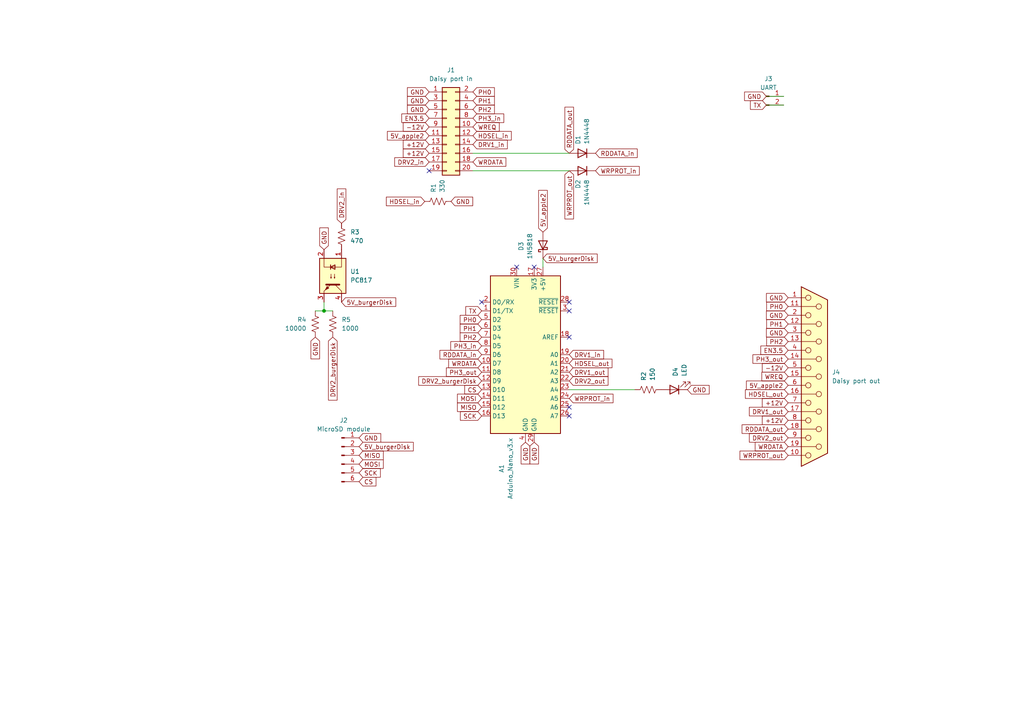
<source format=kicad_sch>
(kicad_sch (version 20230121) (generator eeschema)
  (paper "A4")
  (lib_symbols
    (symbol "Connector:Conn_01x02_Pin" (pin_names (offset 1.016) hide)
      (property "Reference" "J" (at 0 2.54 0))
      (property "Value" "Conn_01x02_Pin" (at 0 -5.08 0))
      (symbol "Conn_01x02_Pin_1_1"
        (polyline (pts (xy 1.27 -2.54) (xy 0.8636 -2.54)) (stroke (width 0.1524)))
        (polyline (pts (xy 1.27 0) (xy 0.8636 0)) (stroke (width 0.1524)))
        (rectangle (start 0.8636 -2.413) (end 0 -2.667) (stroke (width 0.1524)) (fill (type outline)))
        (rectangle (start 0.8636 0.127) (end 0 -0.127) (stroke (width 0.1524)) (fill (type outline)))
        (pin passive line (at 5.08 0 180) (length 3.81) (name "Pin_1") (number "1"))
        (pin passive line (at 5.08 -2.54 180) (length 3.81) (name "Pin_2") (number "2"))
      )
    )
    (symbol "Connector:Conn_01x06_Pin" (pin_names (offset 1.016) hide)
      (property "Reference" "J" (at 0 7.62 0))
      (property "Value" "Conn_01x06_Pin" (at 0 -10.16 0))
      (symbol "Conn_01x06_Pin_1_1"
        (polyline (pts (xy 1.27 -7.62) (xy 0.8636 -7.62)) (stroke (width 0.1524)))
        (polyline (pts (xy 1.27 -5.08) (xy 0.8636 -5.08)) (stroke (width 0.1524)))
        (polyline (pts (xy 1.27 -2.54) (xy 0.8636 -2.54)) (stroke (width 0.1524)))
        (polyline (pts (xy 1.27 0) (xy 0.8636 0)) (stroke (width 0.1524)))
        (polyline (pts (xy 1.27 2.54) (xy 0.8636 2.54)) (stroke (width 0.1524)))
        (polyline (pts (xy 1.27 5.08) (xy 0.8636 5.08)) (stroke (width 0.1524)))
        (rectangle (start 0.8636 -7.493) (end 0 -7.747) (stroke (width 0.1524)) (fill (type outline)))
        (rectangle (start 0.8636 -4.953) (end 0 -5.207) (stroke (width 0.1524)) (fill (type outline)))
        (rectangle (start 0.8636 -2.413) (end 0 -2.667) (stroke (width 0.1524)) (fill (type outline)))
        (rectangle (start 0.8636 0.127) (end 0 -0.127) (stroke (width 0.1524)) (fill (type outline)))
        (rectangle (start 0.8636 2.667) (end 0 2.413) (stroke (width 0.1524)) (fill (type outline)))
        (rectangle (start 0.8636 5.207) (end 0 4.953) (stroke (width 0.1524)) (fill (type outline)))
        (pin passive line (at 5.08 5.08 180) (length 3.81) (name "Pin_1") (number "1"))
        (pin passive line (at 5.08 2.54 180) (length 3.81) (name "Pin_2") (number "2"))
        (pin passive line (at 5.08 0 180) (length 3.81) (name "Pin_3") (number "3"))
        (pin passive line (at 5.08 -2.54 180) (length 3.81) (name "Pin_4") (number "4"))
        (pin passive line (at 5.08 -5.08 180) (length 3.81) (name "Pin_5") (number "5"))
        (pin passive line (at 5.08 -7.62 180) (length 3.81) (name "Pin_6") (number "6"))
      )
    )
    (symbol "Connector_Generic:Conn_02x10_Odd_Even" (pin_names (offset 1.016) hide)
      (property "Reference" "J" (at 1.27 12.7 0))
      (property "Value" "Conn_02x10_Odd_Even" (at 1.27 -15.24 0))
      (symbol "Conn_02x10_Odd_Even_1_1"
        (rectangle (start -1.27 -12.573) (end 0 -12.827) (stroke (width 0.1524)))
        (rectangle (start -1.27 -10.033) (end 0 -10.287) (stroke (width 0.1524)))
        (rectangle (start -1.27 -7.493) (end 0 -7.747) (stroke (width 0.1524)))
        (rectangle (start -1.27 -4.953) (end 0 -5.207) (stroke (width 0.1524)))
        (rectangle (start -1.27 -2.413) (end 0 -2.667) (stroke (width 0.1524)))
        (rectangle (start -1.27 0.127) (end 0 -0.127) (stroke (width 0.1524)))
        (rectangle (start -1.27 2.667) (end 0 2.413) (stroke (width 0.1524)))
        (rectangle (start -1.27 5.207) (end 0 4.953) (stroke (width 0.1524)))
        (rectangle (start -1.27 7.747) (end 0 7.493) (stroke (width 0.1524)))
        (rectangle (start -1.27 10.287) (end 0 10.033) (stroke (width 0.1524)))
        (rectangle (start -1.27 11.43) (end 3.81 -13.97) (stroke (width 0.254)) (fill (type background)))
        (rectangle (start 3.81 -12.573) (end 2.54 -12.827) (stroke (width 0.1524)))
        (rectangle (start 3.81 -10.033) (end 2.54 -10.287) (stroke (width 0.1524)))
        (rectangle (start 3.81 -7.493) (end 2.54 -7.747) (stroke (width 0.1524)))
        (rectangle (start 3.81 -4.953) (end 2.54 -5.207) (stroke (width 0.1524)))
        (rectangle (start 3.81 -2.413) (end 2.54 -2.667) (stroke (width 0.1524)))
        (rectangle (start 3.81 0.127) (end 2.54 -0.127) (stroke (width 0.1524)))
        (rectangle (start 3.81 2.667) (end 2.54 2.413) (stroke (width 0.1524)))
        (rectangle (start 3.81 5.207) (end 2.54 4.953) (stroke (width 0.1524)))
        (rectangle (start 3.81 7.747) (end 2.54 7.493) (stroke (width 0.1524)))
        (rectangle (start 3.81 10.287) (end 2.54 10.033) (stroke (width 0.1524)))
        (pin passive line (at -5.08 10.16 0) (length 3.81) (name "Pin_1") (number "1"))
        (pin passive line (at 7.62 0 180) (length 3.81) (name "Pin_10") (number "10"))
        (pin passive line (at -5.08 -2.54 0) (length 3.81) (name "Pin_11") (number "11"))
        (pin passive line (at 7.62 -2.54 180) (length 3.81) (name "Pin_12") (number "12"))
        (pin passive line (at -5.08 -5.08 0) (length 3.81) (name "Pin_13") (number "13"))
        (pin passive line (at 7.62 -5.08 180) (length 3.81) (name "Pin_14") (number "14"))
        (pin passive line (at -5.08 -7.62 0) (length 3.81) (name "Pin_15") (number "15"))
        (pin passive line (at 7.62 -7.62 180) (length 3.81) (name "Pin_16") (number "16"))
        (pin passive line (at -5.08 -10.16 0) (length 3.81) (name "Pin_17") (number "17"))
        (pin passive line (at 7.62 -10.16 180) (length 3.81) (name "Pin_18") (number "18"))
        (pin passive line (at -5.08 -12.7 0) (length 3.81) (name "Pin_19") (number "19"))
        (pin passive line (at 7.62 10.16 180) (length 3.81) (name "Pin_2") (number "2"))
        (pin passive line (at 7.62 -12.7 180) (length 3.81) (name "Pin_20") (number "20"))
        (pin passive line (at -5.08 7.62 0) (length 3.81) (name "Pin_3") (number "3"))
        (pin passive line (at 7.62 7.62 180) (length 3.81) (name "Pin_4") (number "4"))
        (pin passive line (at -5.08 5.08 0) (length 3.81) (name "Pin_5") (number "5"))
        (pin passive line (at 7.62 5.08 180) (length 3.81) (name "Pin_6") (number "6"))
        (pin passive line (at -5.08 2.54 0) (length 3.81) (name "Pin_7") (number "7"))
        (pin passive line (at 7.62 2.54 180) (length 3.81) (name "Pin_8") (number "8"))
        (pin passive line (at -5.08 0 0) (length 3.81) (name "Pin_9") (number "9"))
      )
    )
    (symbol "Device:LED" (pin_numbers hide) (pin_names (offset 1.016) hide)
      (property "Reference" "D" (at 0 2.54 0))
      (property "Value" "LED" (at 0 -2.54 0))
      (symbol "LED_0_1"
        (polyline (pts (xy -1.27 -1.27) (xy -1.27 1.27)) (stroke (width 0.254)))
        (polyline (pts (xy -1.27 0) (xy 1.27 0)))
        (polyline (pts (xy 1.27 -1.27) (xy 1.27 1.27) (xy -1.27 0) (xy 1.27 -1.27)) (stroke (width 0.254)))
        (polyline (pts (xy -3.048 -0.762) (xy -4.572 -2.286) (xy -3.81 -2.286) (xy -4.572 -2.286) (xy -4.572 -1.524)))
        (polyline (pts (xy -1.778 -0.762) (xy -3.302 -2.286) (xy -2.54 -2.286) (xy -3.302 -2.286) (xy -3.302 -1.524)))
      )
      (symbol "LED_1_1"
        (pin passive line (at -3.81 0 0) (length 2.54) (name "K") (number "1"))
        (pin passive line (at 3.81 0 180) (length 2.54) (name "A") (number "2"))
      )
    )
    (symbol "Device:R_US" (pin_numbers hide) (pin_names (offset 0))
      (property "Reference" "R" (at 2.54 0 90))
      (property "Value" "R_US" (at -2.54 0 90))
      (symbol "R_US_0_1"
        (polyline (pts (xy 0 -2.286) (xy 0 -2.54)))
        (polyline (pts (xy 0 2.286) (xy 0 2.54)))
        (polyline (pts (xy 0 -0.762) (xy 1.016 -1.143) (xy 0 -1.524) (xy -1.016 -1.905) (xy 0 -2.286)))
        (polyline (pts (xy 0 0.762) (xy 1.016 0.381) (xy 0 0) (xy -1.016 -0.381) (xy 0 -0.762)))
        (polyline (pts (xy 0 2.286) (xy 1.016 1.905) (xy 0 1.524) (xy -1.016 1.143) (xy 0 0.762)))
      )
      (symbol "R_US_1_1"
        (pin passive line (at 0 3.81 270) (length 1.27) (name "~") (number "1"))
        (pin passive line (at 0 -3.81 90) (length 1.27) (name "~") (number "2"))
      )
    )
    (symbol "Diode:1N4448" (pin_numbers hide) (pin_names hide)
      (property "Reference" "D" (at 0 2.54 0))
      (property "Value" "1N4448" (at 0 -2.54 0))
      (symbol "1N4448_0_1"
        (polyline (pts (xy -1.27 1.27) (xy -1.27 -1.27)) (stroke (width 0.254)))
        (polyline (pts (xy 1.27 0) (xy -1.27 0)))
        (polyline (pts (xy 1.27 1.27) (xy 1.27 -1.27) (xy -1.27 0) (xy 1.27 1.27)) (stroke (width 0.254)))
      )
      (symbol "1N4448_1_1"
        (pin passive line (at -3.81 0 0) (length 2.54) (name "K") (number "1"))
        (pin passive line (at 3.81 0 180) (length 2.54) (name "A") (number "2"))
      )
    )
    (symbol "Diode:1N5818" (pin_numbers hide) (pin_names (offset 1.016) hide)
      (property "Reference" "D" (at 0 2.54 0))
      (property "Value" "1N5818" (at 0 -2.54 0))
      (symbol "1N5818_0_1"
        (polyline (pts (xy 1.27 0) (xy -1.27 0)))
        (polyline (pts (xy 1.27 1.27) (xy 1.27 -1.27) (xy -1.27 0) (xy 1.27 1.27)) (stroke (width 0.254)))
        (polyline (pts (xy -1.905 0.635) (xy -1.905 1.27) (xy -1.27 1.27) (xy -1.27 -1.27) (xy -0.635 -1.27) (xy -0.635 -0.635)) (stroke (width 0.254)))
      )
      (symbol "1N5818_1_1"
        (pin passive line (at -3.81 0 0) (length 2.54) (name "K") (number "1"))
        (pin passive line (at 3.81 0 180) (length 2.54) (name "A") (number "2"))
      )
    )
    (symbol "Isolator:PC817" (pin_names (offset 1.016))
      (property "Reference" "U" (at -5.08 5.08 0))
      (property "Value" "PC817" (at 0 5.08 0))
      (symbol "PC817_0_1"
        (rectangle (start -5.08 3.81) (end 5.08 -3.81) (stroke (width 0.254)) (fill (type background)))
        (polyline (pts (xy -3.175 -0.635) (xy -1.905 -0.635)) (stroke (width 0.254)))
        (polyline (pts (xy 2.54 0.635) (xy 4.445 2.54)))
        (polyline (pts (xy 4.445 -2.54) (xy 2.54 -0.635)) (fill (type outline)))
        (polyline (pts (xy 4.445 -2.54) (xy 5.08 -2.54)))
        (polyline (pts (xy 4.445 2.54) (xy 5.08 2.54)))
        (polyline (pts (xy -5.08 2.54) (xy -2.54 2.54) (xy -2.54 -0.635)))
        (polyline (pts (xy -2.54 -0.635) (xy -2.54 -2.54) (xy -5.08 -2.54)))
        (polyline (pts (xy 2.54 1.905) (xy 2.54 -1.905) (xy 2.54 -1.905)) (stroke (width 0.508)))
        (polyline (pts (xy -2.54 -0.635) (xy -3.175 0.635) (xy -1.905 0.635) (xy -2.54 -0.635)) (stroke (width 0.254)))
        (polyline (pts (xy -0.508 -0.508) (xy 0.762 -0.508) (xy 0.381 -0.635) (xy 0.381 -0.381) (xy 0.762 -0.508)))
        (polyline (pts (xy -0.508 0.508) (xy 0.762 0.508) (xy 0.381 0.381) (xy 0.381 0.635) (xy 0.762 0.508)))
        (polyline (pts (xy 3.048 -1.651) (xy 3.556 -1.143) (xy 4.064 -2.159) (xy 3.048 -1.651) (xy 3.048 -1.651)) (fill (type outline)))
      )
      (symbol "PC817_1_1"
        (pin passive line (at -7.62 2.54 0) (length 2.54) (name "~") (number "1"))
        (pin passive line (at -7.62 -2.54 0) (length 2.54) (name "~") (number "2"))
        (pin passive line (at 7.62 -2.54 180) (length 2.54) (name "~") (number "3"))
        (pin passive line (at 7.62 2.54 180) (length 2.54) (name "~") (number "4"))
      )
    )
    (symbol "MCU_Module:Arduino_Nano_v3.x"
      (property "Reference" "A" (at -10.16 23.495 0))
      (property "Value" "Arduino_Nano_v3.x" (at 5.08 -24.13 0))
      (symbol "Arduino_Nano_v3.x_0_1"
        (rectangle (start -10.16 22.86) (end 10.16 -22.86) (stroke (width 0.254)) (fill (type background)))
      )
      (symbol "Arduino_Nano_v3.x_1_1"
        (pin bidirectional line (at -12.7 12.7 0) (length 2.54) (name "D1/TX") (number "1"))
        (pin bidirectional line (at -12.7 -2.54 0) (length 2.54) (name "D7") (number "10"))
        (pin bidirectional line (at -12.7 -5.08 0) (length 2.54) (name "D8") (number "11"))
        (pin bidirectional line (at -12.7 -7.62 0) (length 2.54) (name "D9") (number "12"))
        (pin bidirectional line (at -12.7 -10.16 0) (length 2.54) (name "D10") (number "13"))
        (pin bidirectional line (at -12.7 -12.7 0) (length 2.54) (name "D11") (number "14"))
        (pin bidirectional line (at -12.7 -15.24 0) (length 2.54) (name "D12") (number "15"))
        (pin bidirectional line (at -12.7 -17.78 0) (length 2.54) (name "D13") (number "16"))
        (pin power_out line (at 2.54 25.4 270) (length 2.54) (name "3V3") (number "17"))
        (pin input line (at 12.7 5.08 180) (length 2.54) (name "AREF") (number "18"))
        (pin bidirectional line (at 12.7 0 180) (length 2.54) (name "A0") (number "19"))
        (pin bidirectional line (at -12.7 15.24 0) (length 2.54) (name "D0/RX") (number "2"))
        (pin bidirectional line (at 12.7 -2.54 180) (length 2.54) (name "A1") (number "20"))
        (pin bidirectional line (at 12.7 -5.08 180) (length 2.54) (name "A2") (number "21"))
        (pin bidirectional line (at 12.7 -7.62 180) (length 2.54) (name "A3") (number "22"))
        (pin bidirectional line (at 12.7 -10.16 180) (length 2.54) (name "A4") (number "23"))
        (pin bidirectional line (at 12.7 -12.7 180) (length 2.54) (name "A5") (number "24"))
        (pin bidirectional line (at 12.7 -15.24 180) (length 2.54) (name "A6") (number "25"))
        (pin bidirectional line (at 12.7 -17.78 180) (length 2.54) (name "A7") (number "26"))
        (pin power_out line (at 5.08 25.4 270) (length 2.54) (name "+5V") (number "27"))
        (pin input line (at 12.7 15.24 180) (length 2.54) (name "~{RESET}") (number "28"))
        (pin power_in line (at 2.54 -25.4 90) (length 2.54) (name "GND") (number "29"))
        (pin input line (at 12.7 12.7 180) (length 2.54) (name "~{RESET}") (number "3"))
        (pin power_in line (at -2.54 25.4 270) (length 2.54) (name "VIN") (number "30"))
        (pin power_in line (at 0 -25.4 90) (length 2.54) (name "GND") (number "4"))
        (pin bidirectional line (at -12.7 10.16 0) (length 2.54) (name "D2") (number "5"))
        (pin bidirectional line (at -12.7 7.62 0) (length 2.54) (name "D3") (number "6"))
        (pin bidirectional line (at -12.7 5.08 0) (length 2.54) (name "D4") (number "7"))
        (pin bidirectional line (at -12.7 2.54 0) (length 2.54) (name "D5") (number "8"))
        (pin bidirectional line (at -12.7 0 0) (length 2.54) (name "D6") (number "9"))
      )
    )
    (symbol "db19:DB19_Female" (pin_names (offset 1.016) hide)
      (property "Reference" "J" (at 0 26.67 0))
      (property "Value" "DB19_Female" (at 0 -27.94 0))
      (symbol "DB19_Female_0_1"
        (circle (center -1.778 -22.86) (radius 0.762))
        (circle (center -1.778 -17.78) (radius 0.762))
        (circle (center -1.778 -12.7) (radius 0.762))
        (circle (center -1.778 -7.62) (radius 0.762))
        (circle (center -1.778 -2.54) (radius 0.762))
        (circle (center -1.778 2.54) (radius 0.762))
        (circle (center -1.778 7.62) (radius 0.762))
        (circle (center -1.778 12.7) (radius 0.762))
        (circle (center -1.778 17.78) (radius 0.762))
        (circle (center -1.778 22.86) (radius 0.762))
        (polyline (pts (xy -3.81 -22.86) (xy -2.54 -22.86)))
        (polyline (pts (xy -3.81 -20.32) (xy 0.508 -20.32)))
        (polyline (pts (xy -3.81 -17.78) (xy -2.54 -17.78)))
        (polyline (pts (xy -3.81 -15.24) (xy 0.508 -15.24)))
        (polyline (pts (xy -3.81 -12.7) (xy -2.54 -12.7)))
        (polyline (pts (xy -3.81 -10.16) (xy 0.508 -10.16)))
        (polyline (pts (xy -3.81 -7.62) (xy -2.54 -7.62)))
        (polyline (pts (xy -3.81 -5.08) (xy 0.508 -5.08)))
        (polyline (pts (xy -3.81 -2.54) (xy -2.54 -2.54)))
        (polyline (pts (xy -3.81 0) (xy 0.508 0)))
        (polyline (pts (xy -3.81 2.54) (xy -2.54 2.54)))
        (polyline (pts (xy -3.81 5.08) (xy 0.508 5.08)))
        (polyline (pts (xy -3.81 7.62) (xy -2.54 7.62)))
        (polyline (pts (xy -3.81 10.16) (xy 0.508 10.16)))
        (polyline (pts (xy -3.81 12.7) (xy -2.54 12.7)))
        (polyline (pts (xy -3.81 15.24) (xy 0.508 15.24)))
        (polyline (pts (xy -3.81 17.78) (xy -2.54 17.78)))
        (polyline (pts (xy -3.81 20.32) (xy 0.508 20.32)))
        (polyline (pts (xy -3.81 22.86) (xy -2.54 22.86)))
        (polyline (pts (xy -3.81 26.035) (xy 3.81 22.225) (xy 3.81 -22.225) (xy -3.81 -26.035) (xy -3.81 26.035)) (stroke (width 0.254)) (fill (type background)))
        (circle (center 1.27 -20.32) (radius 0.762))
        (circle (center 1.27 -15.24) (radius 0.762))
        (circle (center 1.27 -10.16) (radius 0.762))
        (circle (center 1.27 -5.08) (radius 0.762))
        (circle (center 1.27 0) (radius 0.762))
        (circle (center 1.27 5.08) (radius 0.762))
        (circle (center 1.27 10.16) (radius 0.762))
        (circle (center 1.27 15.24) (radius 0.762))
        (circle (center 1.27 20.32) (radius 0.762))
      )
      (symbol "DB19_Female_1_1"
        (pin passive line (at -7.62 22.86 0) (length 3.81) (name "1") (number "1"))
        (pin passive line (at -7.62 -22.86 0) (length 3.81) (name "10") (number "10"))
        (pin passive line (at -7.62 20.32 0) (length 3.81) (name "P11") (number "11"))
        (pin passive line (at -7.62 15.24 0) (length 3.81) (name "P12") (number "12"))
        (pin passive line (at -7.62 10.16 0) (length 3.81) (name "P13") (number "13"))
        (pin passive line (at -7.62 5.08 0) (length 3.81) (name "P14") (number "14"))
        (pin passive line (at -7.62 0 0) (length 3.81) (name "P15") (number "15"))
        (pin passive line (at -7.62 -5.08 0) (length 3.81) (name "P16") (number "16"))
        (pin passive line (at -7.62 -10.16 0) (length 3.81) (name "P17") (number "17"))
        (pin passive line (at -7.62 -15.24 0) (length 3.81) (name "P18") (number "18"))
        (pin passive line (at -7.62 -20.32 0) (length 3.81) (name "P19") (number "19"))
        (pin passive line (at -7.62 17.78 0) (length 3.81) (name "2") (number "2"))
        (pin passive line (at -7.62 12.7 0) (length 3.81) (name "3") (number "3"))
        (pin passive line (at -7.62 7.62 0) (length 3.81) (name "4") (number "4"))
        (pin passive line (at -7.62 2.54 0) (length 3.81) (name "5") (number "5"))
        (pin passive line (at -7.62 -2.54 0) (length 3.81) (name "6") (number "6"))
        (pin passive line (at -7.62 -7.62 0) (length 3.81) (name "7") (number "7"))
        (pin passive line (at -7.62 -12.7 0) (length 3.81) (name "8") (number "8"))
        (pin passive line (at -7.62 -17.78 0) (length 3.81) (name "9") (number "9"))
      )
    )
  )
  (junction (at 93.98 90.17))
  (no_connect (at 165.1 90.17))
  (no_connect (at 154.94 77.47))
  (no_connect (at 165.1 120.65))
  (no_connect (at 165.1 87.63))
  (no_connect (at 165.1 97.79))
  (no_connect (at 139.7 87.63))
  (no_connect (at 165.1 118.11))
  (no_connect (at 149.86 77.47))
  (no_connect (at 124.46 49.53))
  (wire (pts (xy 184.15 113.03) (xy 165.1 113.03)))
  (wire (pts (xy 91.44 90.17) (xy 93.98 90.17)))
  (wire (pts (xy 165.1 49.53) (xy 137.16 49.53)))
  (wire (pts (xy 93.98 87.63) (xy 93.98 90.17)))
  (wire (pts (xy 93.98 90.17) (xy 96.52 90.17)))
  (wire (pts (xy 165.1 44.45) (xy 137.16 44.45)))
  (wire (pts (xy 222.25 30.48) (xy 227.33 30.48)))
  (wire (pts (xy 157.48 74.93) (xy 157.48 77.47)))
  (wire (pts (xy 222.25 27.94) (xy 227.33 27.94)))
  (global_label "PH2" (shape input) (at 137.16 31.75 0) (property "Intersheetrefs" "${INTERSHEET_REFS}" (effects hide)))
  (global_label "+12V" (shape input) (at 228.6 121.92 180) (property "Intersheetrefs" "${INTERSHEET_REFS}" (effects hide)))
  (global_label "PH1" (shape input) (at 139.7 95.25 180) (property "Intersheetrefs" "${INTERSHEET_REFS}" (effects hide)))
  (global_label "5V_burgerDisk" (shape input) (at 99.06 87.63 0) (property "Intersheetrefs" "${INTERSHEET_REFS}" (effects hide)))
  (global_label "WRDATA" (shape input) (at 228.6 129.54 180) (property "Intersheetrefs" "${INTERSHEET_REFS}" (effects hide)))
  (global_label "WRDATA" (shape input) (at 139.7 105.41 180) (property "Intersheetrefs" "${INTERSHEET_REFS}" (effects hide)))
  (global_label "GND" (shape input) (at 124.46 29.21 180) (property "Intersheetrefs" "${INTERSHEET_REFS}" (effects hide)))
  (global_label "GND" (shape input) (at 124.46 31.75 180) (property "Intersheetrefs" "${INTERSHEET_REFS}" (effects hide)))
  (global_label "PH0" (shape input) (at 139.7 92.71 180) (property "Intersheetrefs" "${INTERSHEET_REFS}" (effects hide)))
  (global_label "GND" (shape input) (at 152.4 128.27 270) (property "Intersheetrefs" "${INTERSHEET_REFS}" (effects hide)))
  (global_label "-12V" (shape input) (at 228.6 106.68 180) (property "Intersheetrefs" "${INTERSHEET_REFS}" (effects hide)))
  (global_label "DRV2_out" (shape input) (at 228.6 127 180) (property "Intersheetrefs" "${INTERSHEET_REFS}" (effects hide)))
  (global_label "GND" (shape input) (at 228.6 96.52 180) (property "Intersheetrefs" "${INTERSHEET_REFS}" (effects hide)))
  (global_label "WRPROT_in" (shape input) (at 172.72 49.53 0) (property "Intersheetrefs" "${INTERSHEET_REFS}" (effects hide)))
  (global_label "DRV2_burgerDisk" (shape input) (at 96.52 97.79 270) (property "Intersheetrefs" "${INTERSHEET_REFS}" (effects hide)))
  (global_label "GND" (shape input) (at 199.39 113.03 0) (property "Intersheetrefs" "${INTERSHEET_REFS}" (effects hide)))
  (global_label "PH3_out" (shape input) (at 139.7 107.95 180) (property "Intersheetrefs" "${INTERSHEET_REFS}" (effects hide)))
  (global_label "RDDATA_out" (shape input) (at 165.1 44.45 90) (property "Intersheetrefs" "${INTERSHEET_REFS}" (effects hide)))
  (global_label "HDSEL_in" (shape input) (at 137.16 39.37 0) (property "Intersheetrefs" "${INTERSHEET_REFS}" (effects hide)))
  (global_label "TX" (shape input) (at 139.7 90.17 180) (property "Intersheetrefs" "${INTERSHEET_REFS}" (effects hide)))
  (global_label "GND" (shape input) (at 154.94 128.27 270) (property "Intersheetrefs" "${INTERSHEET_REFS}" (effects hide)))
  (global_label "PH1" (shape input) (at 137.16 29.21 0) (property "Intersheetrefs" "${INTERSHEET_REFS}" (effects hide)))
  (global_label "RDDATA_in" (shape input) (at 172.72 44.45 0) (property "Intersheetrefs" "${INTERSHEET_REFS}" (effects hide)))
  (global_label "GND" (shape input) (at 130.81 58.42 0) (property "Intersheetrefs" "${INTERSHEET_REFS}" (effects hide)))
  (global_label "HDSEL_out" (shape input) (at 228.6 114.3 180) (property "Intersheetrefs" "${INTERSHEET_REFS}" (effects hide)))
  (global_label "PH0" (shape input) (at 137.16 26.67 0) (property "Intersheetrefs" "${INTERSHEET_REFS}" (effects hide)))
  (global_label "5V_burgerDisk" (shape input) (at 157.48 74.93 0) (property "Intersheetrefs" "${INTERSHEET_REFS}" (effects hide)))
  (global_label "PH2" (shape input) (at 139.7 97.79 180) (property "Intersheetrefs" "${INTERSHEET_REFS}" (effects hide)))
  (global_label "DRV1_out" (shape input) (at 165.1 107.95 0) (property "Intersheetrefs" "${INTERSHEET_REFS}" (effects hide)))
  (global_label "RDDATA_in" (shape input) (at 139.7 102.87 180) (property "Intersheetrefs" "${INTERSHEET_REFS}" (effects hide)))
  (global_label "PH0" (shape input) (at 228.6 88.9 180) (property "Intersheetrefs" "${INTERSHEET_REFS}" (effects hide)))
  (global_label "GND" (shape input) (at 91.44 97.79 270) (property "Intersheetrefs" "${INTERSHEET_REFS}" (effects hide)))
  (global_label "DRV2_in" (shape input) (at 124.46 46.99 180) (property "Intersheetrefs" "${INTERSHEET_REFS}" (effects hide)))
  (global_label "DRV1_in" (shape input) (at 137.16 41.91 0) (property "Intersheetrefs" "${INTERSHEET_REFS}" (effects hide)))
  (global_label "HDSEL_out" (shape input) (at 165.1 105.41 0) (property "Intersheetrefs" "${INTERSHEET_REFS}" (effects hide)))
  (global_label "DRV2_out" (shape input) (at 165.1 110.49 0) (property "Intersheetrefs" "${INTERSHEET_REFS}" (effects hide)))
  (global_label "RDDATA_out" (shape input) (at 228.6 124.46 180) (property "Intersheetrefs" "${INTERSHEET_REFS}" (effects hide)))
  (global_label "GND" (shape input) (at 124.46 26.67 180) (property "Intersheetrefs" "${INTERSHEET_REFS}" (effects hide)))
  (global_label "DRV2_burgerDisk" (shape input) (at 139.7 110.49 180) (property "Intersheetrefs" "${INTERSHEET_REFS}" (effects hide)))
  (global_label "5V_burgerDisk" (shape input) (at 104.14 129.54 0) (property "Intersheetrefs" "${INTERSHEET_REFS}" (effects hide)))
  (global_label "HDSEL_in" (shape input) (at 123.19 58.42 180) (property "Intersheetrefs" "${INTERSHEET_REFS}" (effects hide)))
  (global_label "PH3_in" (shape input) (at 139.7 100.33 180) (property "Intersheetrefs" "${INTERSHEET_REFS}" (effects hide)))
  (global_label "GND" (shape input) (at 228.6 86.36 180) (property "Intersheetrefs" "${INTERSHEET_REFS}" (effects hide)))
  (global_label "5V_apple2" (shape input) (at 228.6 111.76 180) (property "Intersheetrefs" "${INTERSHEET_REFS}" (effects hide)))
  (global_label "SCK" (shape input) (at 104.14 137.16 0) (property "Intersheetrefs" "${INTERSHEET_REFS}" (effects hide)))
  (global_label "TX" (shape input) (at 222.25 30.48 180) (property "Intersheetrefs" "${INTERSHEET_REFS}" (effects hide)))
  (global_label "GND" (shape input) (at 228.6 91.44 180) (property "Intersheetrefs" "${INTERSHEET_REFS}" (effects hide)))
  (global_label "-12V" (shape input) (at 124.46 36.83 180) (property "Intersheetrefs" "${INTERSHEET_REFS}" (effects hide)))
  (global_label "MISO" (shape input) (at 139.7 118.11 180) (property "Intersheetrefs" "${INTERSHEET_REFS}" (effects hide)))
  (global_label "WRDATA" (shape input) (at 137.16 46.99 0) (property "Intersheetrefs" "${INTERSHEET_REFS}" (effects hide)))
  (global_label "PH3_in" (shape input) (at 137.16 34.29 0) (property "Intersheetrefs" "${INTERSHEET_REFS}" (effects hide)))
  (global_label "WRPROT_out" (shape input) (at 165.1 49.53 270) (property "Intersheetrefs" "${INTERSHEET_REFS}" (effects hide)))
  (global_label "+12V" (shape input) (at 124.46 44.45 180) (property "Intersheetrefs" "${INTERSHEET_REFS}" (effects hide)))
  (global_label "DRV1_in" (shape input) (at 165.1 102.87 0) (property "Intersheetrefs" "${INTERSHEET_REFS}" (effects hide)))
  (global_label "WREQ" (shape input) (at 228.6 109.22 180) (property "Intersheetrefs" "${INTERSHEET_REFS}" (effects hide)))
  (global_label "DRV1_out" (shape input) (at 228.6 119.38 180) (property "Intersheetrefs" "${INTERSHEET_REFS}" (effects hide)))
  (global_label "PH2" (shape input) (at 228.6 99.06 180) (property "Intersheetrefs" "${INTERSHEET_REFS}" (effects hide)))
  (global_label "PH1" (shape input) (at 228.6 93.98 180) (property "Intersheetrefs" "${INTERSHEET_REFS}" (effects hide)))
  (global_label "EN3.5" (shape input) (at 228.6 101.6 180) (property "Intersheetrefs" "${INTERSHEET_REFS}" (effects hide)))
  (global_label "5V_apple2" (shape input) (at 157.48 67.31 90) (property "Intersheetrefs" "${INTERSHEET_REFS}" (effects hide)))
  (global_label "CS" (shape input) (at 104.14 139.7 0) (property "Intersheetrefs" "${INTERSHEET_REFS}" (effects hide)))
  (global_label "PH3_out" (shape input) (at 228.6 104.14 180) (property "Intersheetrefs" "${INTERSHEET_REFS}" (effects hide)))
  (global_label "MISO" (shape input) (at 104.14 132.08 0) (property "Intersheetrefs" "${INTERSHEET_REFS}" (effects hide)))
  (global_label "5V_apple2" (shape input) (at 124.46 39.37 180) (property "Intersheetrefs" "${INTERSHEET_REFS}" (effects hide)))
  (global_label "GND" (shape input) (at 93.98 72.39 90) (property "Intersheetrefs" "${INTERSHEET_REFS}" (effects hide)))
  (global_label "+12V" (shape input) (at 228.6 116.84 180) (property "Intersheetrefs" "${INTERSHEET_REFS}" (effects hide)))
  (global_label "MOSI" (shape input) (at 139.7 115.57 180) (property "Intersheetrefs" "${INTERSHEET_REFS}" (effects hide)))
  (global_label "GND" (shape input) (at 104.14 127 0) (property "Intersheetrefs" "${INTERSHEET_REFS}" (effects hide)))
  (global_label "WRPROT_in" (shape input) (at 165.1 115.57 0) (property "Intersheetrefs" "${INTERSHEET_REFS}" (effects hide)))
  (global_label "MOSI" (shape input) (at 104.14 134.62 0) (property "Intersheetrefs" "${INTERSHEET_REFS}" (effects hide)))
  (global_label "WREQ" (shape input) (at 137.16 36.83 0) (property "Intersheetrefs" "${INTERSHEET_REFS}" (effects hide)))
  (global_label "EN3.5" (shape input) (at 124.46 34.29 180) (property "Intersheetrefs" "${INTERSHEET_REFS}" (effects hide)))
  (global_label "CS" (shape input) (at 139.7 113.03 180) (property "Intersheetrefs" "${INTERSHEET_REFS}" (effects hide)))
  (global_label "WRPROT_out" (shape input) (at 228.6 132.08 180) (property "Intersheetrefs" "${INTERSHEET_REFS}" (effects hide)))
  (global_label "SCK" (shape input) (at 139.7 120.65 180) (property "Intersheetrefs" "${INTERSHEET_REFS}" (effects hide)))
  (global_label "DRV2_in" (shape input) (at 99.06 64.77 90) (property "Intersheetrefs" "${INTERSHEET_REFS}" (effects hide)))
  (global_label "+12V" (shape input) (at 124.46 41.91 180) (property "Intersheetrefs" "${INTERSHEET_REFS}" (effects hide)))
  (global_label "GND" (shape input) (at 222.25 27.94 180) (property "Intersheetrefs" "${INTERSHEET_REFS}" (effects hide)))
  (symbol (lib_id "Connector:Conn_01x02_Pin") (at 222.25 27.94 0) (unit 1)
    (property "Reference" "J3" (at 222.885 22.86 0))
    (property "Value" "UART" (at 222.885 25.4 0))
    (property "Footprint" "Connector_PinHeader_2.54mm:PinHeader_1x02_P2.54mm_Vertical" (effects hide))
    (property "LCSC" "C6273326" (effects hide))
  )
  (symbol (lib_id "db19:DB19_Female") (at 236.22 109.22 0) (unit 1)
    (property "Reference" "J4" (at 241.3 107.95 0) (effects (justify left)))
    (property "Value" "Daisy port out" (at 241.3 110.49 0) (effects (justify left)))
    (property "Footprint" "DSUB-19-angled:DSUB-19_Female_Horizontal_P2.77x2.84mm_EdgePinOffset4.94mm_Housed_MountingHolesOffset7.48mm" (effects hide))
  )
  (symbol (lib_id "Diode:1N4448") (at 168.91 49.53 180) (unit 1)
    (property "Reference" "D2" (at 167.64 52.07 90) (effects (justify left)))
    (property "Value" "1N4448" (at 170.18 52.07 90) (effects (justify left)))
    (property "Footprint" "Diode_THT:D_DO-35_SOD27_P7.62mm_Horizontal" (effects hide))
    (property "Datasheet" "https://assets.nexperia.com/documents/data-sheet/1N4148_1N4448.pdf" (effects hide))
    (property "Sim.Device" "D" (effects hide))
    (property "Sim.Pins" "1=K 2=A" (effects hide))
    (property "LCSC" "C258170" (effects hide))
  )
  (symbol (lib_id "Device:R_US") (at 91.44 93.98 0) (unit 1)
    (property "Reference" "R4" (at 88.9 92.71 0) (effects (justify right)))
    (property "Value" "10000" (at 88.9 95.25 0) (effects (justify right)))
    (property "Footprint" "Resistor_THT:R_Axial_DIN0207_L6.3mm_D2.5mm_P7.62mm_Horizontal" (effects hide))
    (property "LCSC" "C57436" (effects hide))
  )
  (symbol (lib_id "Connector:Conn_01x06_Pin") (at 99.06 132.08 0) (unit 1)
    (property "Reference" "J2" (at 99.695 121.92 0))
    (property "Value" "MicroSD module" (at 99.695 124.46 0))
    (property "Footprint" "Connector_PinHeader_2.54mm:PinHeader_1x06_P2.54mm_Horizontal" (effects hide))
    (property "LCSC" "C6209271" (effects hide))
  )
  (symbol (lib_id "Device:R_US") (at 99.06 68.58 180) (unit 1)
    (property "Reference" "R3" (at 101.6 67.31 0) (effects (justify right)))
    (property "Value" "470" (at 101.6 69.85 0) (effects (justify right)))
    (property "Footprint" "Resistor_THT:R_Axial_DIN0309_L9.0mm_D3.2mm_P12.70mm_Horizontal" (effects hide))
    (property "LCSC" "C61239" (effects hide))
  )
  (symbol (lib_id "Device:LED") (at 195.58 113.03 180) (unit 1)
    (property "Reference" "D4" (at 195.8975 109.22 90) (effects (justify right)))
    (property "Value" "LED" (at 198.4375 109.22 90) (effects (justify right)))
    (property "Footprint" "Connector_PinHeader_2.54mm:PinHeader_1x02_P2.54mm_Vertical" (effects hide))
    (property "LCSC" "C6273326" (effects hide))
  )
  (symbol (lib_id "Connector_Generic:Conn_02x10_Odd_Even") (at 129.54 36.83 0) (unit 1)
    (property "Reference" "J1" (at 130.81 20.32 0))
    (property "Value" "Daisy port in" (at 130.81 22.86 0))
    (property "Footprint" "Connector_IDC:IDC-Header_2x10_P2.54mm_Vertical" (effects hide))
    (property "LCSC" "C17463886" (effects hide))
  )
  (symbol (lib_id "Isolator:PC817") (at 96.52 80.01 270) (unit 1)
    (property "Reference" "U1" (at 101.6 78.74 90) (effects (justify left)))
    (property "Value" "PC817" (at 101.6 81.28 90) (effects (justify left)))
    (property "Footprint" "Package_DIP:DIP-4_W7.62mm" (effects hide))
    (property "Datasheet" "http://www.soselectronic.cz/a_info/resource/d/pc817.pdf" (effects hide))
    (property "LCSC" "C5350" (effects hide))
  )
  (symbol (lib_id "Device:R_US") (at 187.96 113.03 270) (unit 1)
    (property "Reference" "R2" (at 186.69 110.49 0) (effects (justify right)))
    (property "Value" "150" (at 189.23 110.49 0) (effects (justify right)))
    (property "Footprint" "Resistor_THT:R_Axial_DIN0207_L6.3mm_D2.5mm_P7.62mm_Horizontal" (effects hide))
    (property "LCSC" "C58668" (effects hide))
  )
  (symbol (lib_id "MCU_Module:Arduino_Nano_v3.x") (at 152.4 102.87 0) (unit 1)
    (property "Reference" "A1" (at 145.4719 135.89 90))
    (property "Value" "Arduino_Nano_v3.x" (at 148.0119 135.89 90))
    (property "Footprint" "Module:Arduino_Nano" (effects hide))
    (property "Datasheet" "http://www.mouser.com/pdfdocs/Gravitech_Arduino_Nano3_0.pdf" (effects hide))
  )
  (symbol (lib_id "Device:R_US") (at 127 58.42 270) (unit 1)
    (property "Reference" "R1" (at 125.73 55.88 0) (effects (justify right)))
    (property "Value" "330" (at 128.27 55.88 0) (effects (justify right)))
    (property "Footprint" "Resistor_THT:R_Axial_DIN0207_L6.3mm_D2.5mm_P7.62mm_Horizontal" (effects hide))
    (property "LCSC" "C58608" (effects hide))
  )
  (symbol (lib_id "Diode:1N5818") (at 157.48 71.12 90) (unit 1)
    (property "Reference" "D3" (at 151.13 71.4375 0))
    (property "Value" "1N5818" (at 153.67 71.4375 0))
    (property "Footprint" "Diode_THT:D_DO-41_SOD81_P7.62mm_Horizontal" (effects hide))
    (property "Datasheet" "http://www.vishay.com/docs/88525/1n5817.pdf" (effects hide))
    (property "LCSC" "C402217" (effects hide))
  )
  (symbol (lib_id "Device:R_US") (at 96.52 93.98 0) (unit 1)
    (property "Reference" "R5" (at 99.06 92.71 0) (effects (justify left)))
    (property "Value" "1000" (at 99.06 95.25 0) (effects (justify left)))
    (property "Footprint" "Resistor_THT:R_Axial_DIN0207_L6.3mm_D2.5mm_P7.62mm_Horizontal" (effects hide))
    (property "LCSC" "C57435" (effects hide))
  )
  (symbol (lib_id "Diode:1N4448") (at 168.91 44.45 180) (unit 1)
    (property "Reference" "D1" (at 167.64 41.91 90) (effects (justify right)))
    (property "Value" "1N4448" (at 170.18 41.91 90) (effects (justify right)))
    (property "Footprint" "Diode_THT:D_DO-35_SOD27_P7.62mm_Horizontal" (effects hide))
    (property "Datasheet" "https://assets.nexperia.com/documents/data-sheet/1N4148_1N4448.pdf" (effects hide))
    (property "Sim.Device" "D" (effects hide))
    (property "Sim.Pins" "1=K 2=A" (effects hide))
    (property "LCSC" "C258170" (effects hide))
  )
)
</source>
